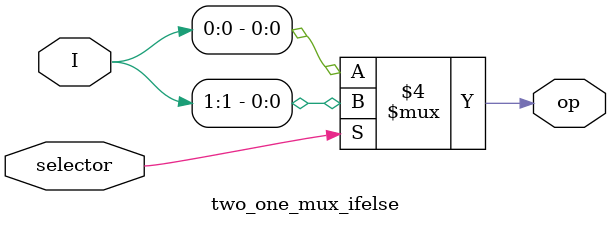
<source format=v>
module two_one_mux_ifelse(
    input [0:1]I,
    input selector,
    output  reg op
);
always @(selector,I) begin
    if(selector==0)
    op=I[0];
    else
    op=I[1];
end
endmodule
</source>
